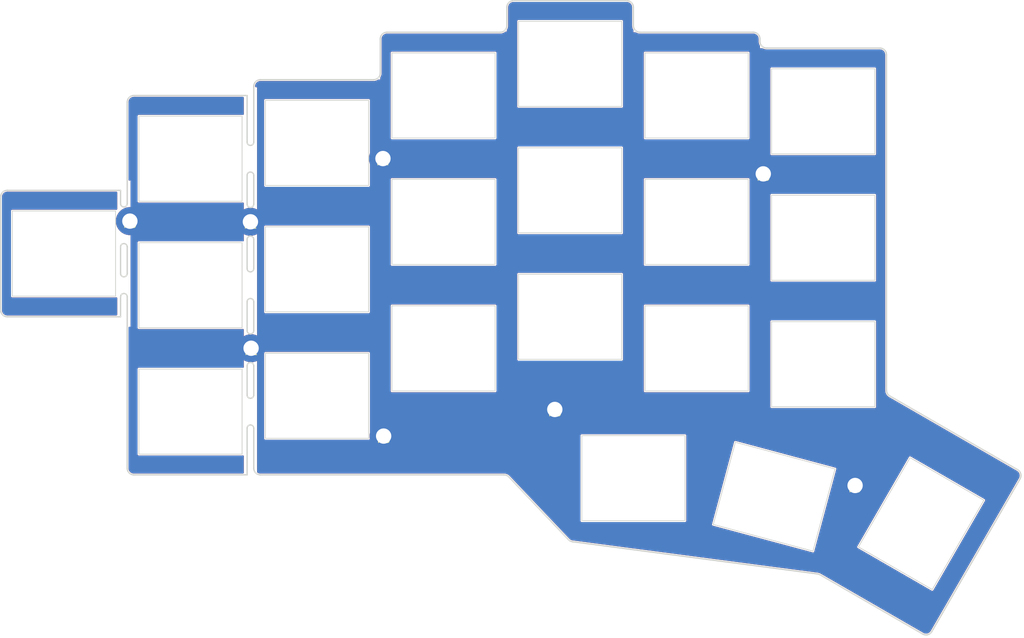
<source format=kicad_pcb>
(kicad_pcb (version 20210824) (generator pcbnew)
  (layers (0 "F.Cu" signal) (31 "B.Cu" signal) (34 "B.Paste" user) (35 "F.Paste" user) (36 "B.SilkS" user "B.Silkscreen") (37 "F.SilkS" user "F.Silkscreen") (38 "B.Mask" user) (39 "F.Mask" user) (44 "Edge.Cuts" user))
  (net 0 "")
  (footprint "kbd:SW_Hole_ALPS" (layer "F.Cu") (at 42.721463 76.099368)
    (fp_text reference "K18" hide)
    (fp_text value "KEYSW" hide)
    (fp_line (start 7.75 -6.4) (end -7.75 -6.4) (layer "Edge.Cuts") (width 0.12))
    (fp_line (start 7.75 6.4) (end 7.75 -6.4) (layer "Edge.Cuts") (width 0.12))
    (fp_line (start -7.75 6.4) (end 7.75 6.4) (layer "Edge.Cuts") (width 0.12))
    (fp_line (start -7.75 -6.4) (end -7.75 6.4) (layer "Edge.Cuts") (width 0.12))
  )
  (footprint "kbd:SW_Hole_ALPS" (layer "F.Cu") (at 118.721463 47.599367)
    (fp_text reference "K21" hide)
    (fp_text value "KEYSW" hide)
    (fp_line (start 7.75 -6.4) (end -7.75 -6.4) (layer "Edge.Cuts") (width 0.12))
    (fp_line (start 7.75 6.4) (end 7.75 -6.4) (layer "Edge.Cuts") (width 0.12))
    (fp_line (start -7.75 -6.4) (end -7.75 6.4) (layer "Edge.Cuts") (width 0.12))
    (fp_line (start -7.75 6.4) (end 7.75 6.4) (layer "Edge.Cuts") (width 0.12))
  )
  (footprint "kbd:SW_Hole_ALPS" (layer "F.Cu") (at 42.721463 57.099368)
    (fp_text reference "K14" hide)
    (fp_text value "KEYSW" hide)
    (fp_line (start -7.75 6.4) (end 7.75 6.4) (layer "Edge.Cuts") (width 0.12))
    (fp_line (start -7.75 -6.4) (end -7.75 6.4) (layer "Edge.Cuts") (width 0.12))
    (fp_line (start 7.75 -6.4) (end -7.75 -6.4) (layer "Edge.Cuts") (width 0.12))
    (fp_line (start 7.75 6.4) (end 7.75 -6.4) (layer "Edge.Cuts") (width 0.12))
  )
  (footprint "kbd:SW_Hole_ALPS" (layer "F.Cu") (at 61.721463 35.724368)
    (fp_text reference "K13" hide)
    (fp_text value "KEYSW" hide)
    (fp_line (start -7.75 6.4) (end 7.75 6.4) (layer "Edge.Cuts") (width 0.12))
    (fp_line (start -7.75 -6.4) (end -7.75 6.4) (layer "Edge.Cuts") (width 0.12))
    (fp_line (start 7.75 6.4) (end 7.75 -6.4) (layer "Edge.Cuts") (width 0.12))
    (fp_line (start 7.75 -6.4) (end -7.75 -6.4) (layer "Edge.Cuts") (width 0.12))
  )
  (footprint "kbd:SW_Hole_ALPS" (layer "F.Cu") (at 152.426296 92.925796 60)
    (fp_text reference "K22" hide)
    (fp_text value "KEYSW" hide)
    (fp_line (start 7.75 -6.4) (end -7.75 -6.4) (layer "Edge.Cuts") (width 0.12))
    (fp_line (start -7.75 -6.4) (end -7.75 6.4) (layer "Edge.Cuts") (width 0.12))
    (fp_line (start 7.75 6.4) (end 7.75 -6.4) (layer "Edge.Cuts") (width 0.12))
    (fp_line (start -7.75 6.4) (end 7.75 6.4) (layer "Edge.Cuts") (width 0.12))
  )
  (footprint "kbd:M2_Hole_TH" (layer "F.Cu") (at 128.721463 40.374367)
    (fp_text reference "H8" (at 0 0.5) (layer "F.SilkS"))
    (fp_text value "MountingHole")
    (pad "" thru_hole circle (at 0 0) (size 4.2 4.2) (drill 2.3) (layers *.Cu *.Mask))
  )
  (footprint "kbd:SW_Hole_ALPS" (layer "F.Cu") (at 80.721463 66.599368)
    (fp_text reference "K9" hide)
    (fp_text value "KEYSW" hide)
    (fp_line (start 7.75 6.4) (end 7.75 -6.4) (layer "Edge.Cuts") (width 0.12))
    (fp_line (start 7.75 -6.4) (end -7.75 -6.4) (layer "Edge.Cuts") (width 0.12))
    (fp_line (start -7.75 6.4) (end 7.75 6.4) (layer "Edge.Cuts") (width 0.12))
    (fp_line (start -7.75 -6.4) (end -7.75 6.4) (layer "Edge.Cuts") (width 0.12))
  )
  (footprint "kbd:M2_Hole_TH" (layer "F.Cu") (at 71.621463 38.074367)
    (fp_text reference "H4" (at 0 0.5) (layer "F.SilkS"))
    (fp_text value "MountingHole")
    (pad "" thru_hole circle (at 0 0) (size 4.2 4.2) (drill 2.3) (layers *.Cu *.Mask))
  )
  (footprint "kbd:SW_Hole_ALPS" (layer "F.Cu") (at 130.35654 88.881582 -15)
    (fp_text reference "K1" hide)
    (fp_text value "KEYSW" hide)
    (fp_line (start 7.75 6.4) (end 7.75 -6.4) (layer "Edge.Cuts") (width 0.12))
    (fp_line (start 7.75 -6.4) (end -7.75 -6.4) (layer "Edge.Cuts") (width 0.12))
    (fp_line (start -7.75 6.4) (end 7.75 6.4) (layer "Edge.Cuts") (width 0.12))
    (fp_line (start -7.75 -6.4) (end -7.75 6.4) (layer "Edge.Cuts") (width 0.12))
  )
  (footprint "kbd:SW_Hole_ALPS" (layer "F.Cu") (at 99.721463 23.849368)
    (fp_text reference "K11" hide)
    (fp_text value "KEYSW" hide)
    (fp_line (start 7.75 6.4) (end 7.75 -6.4) (layer "Edge.Cuts") (width 0.12))
    (fp_line (start 7.75 -6.4) (end -7.75 -6.4) (layer "Edge.Cuts") (width 0.12))
    (fp_line (start -7.75 -6.4) (end -7.75 6.4) (layer "Edge.Cuts") (width 0.12))
    (fp_line (start -7.75 6.4) (end 7.75 6.4) (layer "Edge.Cuts") (width 0.12))
  )
  (footprint "kbd:M2_Hole_TH" (layer "F.Cu") (at 51.821463 66.574367)
    (fp_text reference "H2" (at 0 0.5) (layer "F.SilkS"))
    (fp_text value "MountingHole")
    (pad "" thru_hole circle (at 0 0) (size 4.2 4.2) (drill 2.3) (layers *.Cu *.Mask))
  )
  (footprint "kbd:SW_Hole_ALPS" (layer "F.Cu") (at 42.721463 38.099368)
    (fp_text reference "K7" hide)
    (fp_text value "KEYSW" hide)
    (fp_line (start -7.75 -6.4) (end -7.75 6.4) (layer "Edge.Cuts") (width 0.12))
    (fp_line (start 7.75 -6.4) (end -7.75 -6.4) (layer "Edge.Cuts") (width 0.12))
    (fp_line (start -7.75 6.4) (end 7.75 6.4) (layer "Edge.Cuts") (width 0.12))
    (fp_line (start 7.75 6.4) (end 7.75 -6.4) (layer "Edge.Cuts") (width 0.12))
  )
  (footprint "kbd:SW_Hole_ALPS" (layer "F.Cu") (at 118.721463 66.599367)
    (fp_text reference "K12" hide)
    (fp_text value "KEYSW" hide)
    (fp_line (start 7.75 6.4) (end 7.75 -6.4) (layer "Edge.Cuts") (width 0.12))
    (fp_line (start -7.75 6.4) (end 7.75 6.4) (layer "Edge.Cuts") (width 0.12))
    (fp_line (start -7.75 -6.4) (end -7.75 6.4) (layer "Edge.Cuts") (width 0.12))
    (fp_line (start 7.75 -6.4) (end -7.75 -6.4) (layer "Edge.Cuts") (width 0.12))
  )
  (footprint "kbd:M2_Hole_TH" (layer "F.Cu") (at 33.621463 47.474367)
    (fp_text reference "H3" (at 0 0.5) (layer "F.SilkS"))
    (fp_text value "MountingHole")
    (pad "" thru_hole circle (at 0 0) (size 4.2 4.2) (drill 2.3) (layers *.Cu *.Mask))
  )
  (footprint "kbd:M2_Hole_TH" (layer "F.Cu") (at 51.721463 47.574367)
    (fp_text reference "H1" (at 0 0.5) (layer "F.SilkS"))
    (fp_text value "MountingHole")
    (pad "" thru_hole circle (at 0 0) (size 4.2 4.2) (drill 2.3) (layers *.Cu *.Mask))
  )
  (footprint "kbd:SW_Hole_ALPS" (layer "F.Cu") (at 118.721463 28.599367)
    (fp_text reference "K16" hide)
    (fp_text value "KEYSW" hide)
    (fp_line (start -7.75 6.4) (end 7.75 6.4) (layer "Edge.Cuts") (width 0.12))
    (fp_line (start 7.75 6.4) (end 7.75 -6.4) (layer "Edge.Cuts") (width 0.12))
    (fp_line (start -7.75 -6.4) (end -7.75 6.4) (layer "Edge.Cuts") (width 0.12))
    (fp_line (start 7.75 -6.4) (end -7.75 -6.4) (layer "Edge.Cuts") (width 0.12))
  )
  (footprint "kbd:SW_Hole_ALPS" (layer "F.Cu") (at 80.721463 47.599368)
    (fp_text reference "K6" hide)
    (fp_text value "KEYSW" hide)
    (fp_line (start 7.75 -6.4) (end -7.75 -6.4) (layer "Edge.Cuts") (width 0.12))
    (fp_line (start 7.75 6.4) (end 7.75 -6.4) (layer "Edge.Cuts") (width 0.12))
    (fp_line (start -7.75 -6.4) (end -7.75 6.4) (layer "Edge.Cuts") (width 0.12))
    (fp_line (start -7.75 6.4) (end 7.75 6.4) (layer "Edge.Cuts") (width 0.12))
  )
  (footprint "kbd:M2_Hole_TH" (layer "F.Cu") (at 97.421463 75.774367)
    (fp_text reference "H6" (at 0 0.5) (layer "F.SilkS"))
    (fp_text value "MountingHole")
    (pad "" thru_hole circle (at 0 0) (size 4.2 4.2) (drill 2.3) (layers *.Cu *.Mask))
  )
  (footprint "kbd:SW_Hole_ALPS" (layer "F.Cu") (at 109.221463 86.099097)
    (fp_text reference "K5" hide)
    (fp_text value "KEYSW" hide)
    (fp_line (start 7.75 6.4) (end 7.75 -6.4) (layer "Edge.Cuts") (width 0.12))
    (fp_line (start 7.75 -6.4) (end -7.75 -6.4) (layer "Edge.Cuts") (width 0.12))
    (fp_line (start -7.75 -6.4) (end -7.75 6.4) (layer "Edge.Cuts") (width 0.12))
    (fp_line (start -7.75 6.4) (end 7.75 6.4) (layer "Edge.Cuts") (width 0.12))
  )
  (footprint "kbd:SW_Hole_ALPS" (layer "F.Cu") (at 137.721463 49.974367)
    (fp_text reference "K3" hide)
    (fp_text value "KEYSW" hide)
    (fp_line (start 7.75 6.4) (end 7.75 -6.4) (layer "Edge.Cuts") (width 0.12))
    (fp_line (start -7.75 -6.4) (end -7.75 6.4) (layer "Edge.Cuts") (width 0.12))
    (fp_line (start -7.75 6.4) (end 7.75 6.4) (layer "Edge.Cuts") (width 0.12))
    (fp_line (start 7.75 -6.4) (end -7.75 -6.4) (layer "Edge.Cuts") (width 0.12))
  )
  (footprint "kbd:SW_Hole_ALPS" (layer "F.Cu") (at 23.721464 52.349367)
    (fp_text reference "K10" hide)
    (fp_text value "KEYSW" hide)
    (fp_line (start -7.75 -6.4) (end -7.75 6.4) (layer "Edge.Cuts") (width 0.12))
    (fp_line (start -7.75 6.4) (end 7.75 6.4) (layer "Edge.Cuts") (width 0.12))
    (fp_line (start 7.75 6.4) (end 7.75 -6.4) (layer "Edge.Cuts") (width 0.12))
    (fp_line (start 7.75 -6.4) (end -7.75 -6.4) (layer "Edge.Cuts") (width 0.12))
  )
  (footprint "kbd:SW_Hole_ALPS" (layer "F.Cu") (at 99.721463 42.849368)
    (fp_text reference "K19" hide)
    (fp_text value "KEYSW" hide)
    (fp_line (start -7.75 6.4) (end 7.75 6.4) (layer "Edge.Cuts") (width 0.12))
    (fp_line (start 7.75 6.4) (end 7.75 -6.4) (layer "Edge.Cuts") (width 0.12))
    (fp_line (start -7.75 -6.4) (end -7.75 6.4) (layer "Edge.Cuts") (width 0.12))
    (fp_line (start 7.75 -6.4) (end -7.75 -6.4) (layer "Edge.Cuts") (width 0.12))
  )
  (footprint "kbd:SW_Hole_ALPS" (layer "F.Cu") (at 61.721463 73.724368)
    (fp_text reference "K8" hide)
    (fp_text value "KEYSW" hide)
    (fp_line (start -7.75 6.4) (end 7.75 6.4) (layer "Edge.Cuts") (width 0.12))
    (fp_line (start 7.75 -6.4) (end -7.75 -6.4) (layer "Edge.Cuts") (width 0.12))
    (fp_line (start 7.75 6.4) (end 7.75 -6.4) (layer "Edge.Cuts") (width 0.12))
    (fp_line (start -7.75 -6.4) (end -7.75 6.4) (layer "Edge.Cuts") (width 0.12))
  )
  (footprint "kbd:M2_Hole_TH" (layer "F.Cu") (at 71.721463 79.774367)
    (fp_text reference "H5" (at 0 0.5) (layer "F.SilkS"))
    (fp_text value "MountingHole")
    (pad "" thru_hole circle (at 0 0) (size 4.2 4.2) (drill 2.3) (layers *.Cu *.Mask))
  )
  (footprint "kbd:SW_Hole_ALPS" (layer "F.Cu") (at 137.721463 30.974367)
    (fp_text reference "K4" hide)
    (fp_text value "KEYSW" hide)
    (fp_line (start 7.75 6.4) (end 7.75 -6.4) (layer "Edge.Cuts") (width 0.12))
    (fp_line (start -7.75 6.4) (end 7.75 6.4) (layer "Edge.Cuts") (width 0.12))
    (fp_line (start 7.75 -6.4) (end -7.75 -6.4) (layer "Edge.Cuts") (width 0.12))
    (fp_line (start -7.75 -6.4) (end -7.75 6.4) (layer "Edge.Cuts") (width 0.12))
  )
  (footprint "kbd:SW_Hole_ALPS" (layer "F.Cu") (at 137.721463 68.974367)
    (fp_text reference "K2" hide)
    (fp_text value "KEYSW" hide)
    (fp_line (start -7.75 6.4) (end 7.75 6.4) (layer "Edge.Cuts") (width 0.12))
    (fp_line (start -7.75 -6.4) (end -7.75 6.4) (layer "Edge.Cuts") (width 0.12))
    (fp_line (start 7.75 -6.4) (end -7.75 -6.4) (layer "Edge.Cuts") (width 0.12))
    (fp_line (start 7.75 6.4) (end 7.75 -6.4) (layer "Edge.Cuts") (width 0.12))
  )
  (footprint "kbd:SW_Hole_ALPS" (layer "F.Cu") (at 99.721463 61.849368)
    (fp_text reference "K15" hide)
    (fp_text value "KEYSW" hide)
    (fp_line (start -7.75 6.4) (end 7.75 6.4) (layer "Edge.Cuts") (width 0.12))
    (fp_line (start 7.75 -6.4) (end -7.75 -6.4) (layer "Edge.Cuts") (width 0.12))
    (fp_line (start 7.75 6.4) (end 7.75 -6.4) (layer "Edge.Cuts") (width 0.12))
    (fp_line (start -7.75 -6.4) (end -7.75 6.4) (layer "Edge.Cuts") (width 0.12))
  )
  (footprint "kbd:M2_Hole_TH" (layer "F.Cu") (at 142.507505 87.19918)
    (fp_text reference "H9" (at 0 0.5) (layer "F.SilkS"))
    (fp_text value "MountingHole")
    (pad "" thru_hole circle (at 0 0) (size 4.2 4.2) (drill 2.3) (layers *.Cu *.Mask))
  )
  (footprint "kbd:SW_Hole_ALPS" (layer "F.Cu") (at 61.721463 54.724368)
    (fp_text reference "K17" hide)
    (fp_text value "KEYSW" hide)
    (fp_line (start -7.75 6.4) (end 7.75 6.4) (layer "Edge.Cuts") (width 0.12))
    (fp_line (start 7.75 6.4) (end 7.75 -6.4) (layer "Edge.Cuts") (width 0.12))
    (fp_line (start 7.75 -6.4) (end -7.75 -6.4) (layer "Edge.Cuts") (width 0.12))
    (fp_line (start -7.75 -6.4) (end -7.75 6.4) (layer "Edge.Cuts") (width 0.12))
  )
  (footprint "kbd:SW_Hole_ALPS" (layer "F.Cu") (at 80.721463 28.599368)
    (fp_text reference "K20" hide)
    (fp_text value "KEYSW" hide)
    (fp_line (start -7.75 6.4) (end 7.75 6.4) (layer "Edge.Cuts") (width 0.12))
    (fp_line (start 7.75 -6.4) (end -7.75 -6.4) (layer "Edge.Cuts") (width 0.12))
    (fp_line (start 7.75 6.4) (end 7.75 -6.4) (layer "Edge.Cuts") (width 0.12))
    (fp_line (start -7.75 -6.4) (end -7.75 6.4) (layer "Edge.Cuts") (width 0.12))
  )
  (gr_arc (start 89.796623 86.588971) (end 90.514076 85.907372) (angle -46.46802851) (layer "Edge.Cuts") (width 0.2))
  (gr_arc (start 166.412511 85.70096) (end 167.278537 86.20096) (angle -90) (layer "Edge.Cuts") (width 0.2))
  (gr_line (start 52.22149 63.924327) (end 52.221491 59.599327) (layer "Edge.Cuts") (width 0.2))
  (gr_arc (start 51.721463 59.599366) (end 52.221463 59.599366) (angle -180) (layer "Edge.Cuts") (width 0.2))
  (gr_arc (start 89.221463 18.099368) (end 89.221463 19.099368) (angle -90) (layer "Edge.Cuts") (width 0.2))
  (gr_line (start 15.221464 42.849368) (end 32.221465 42.849368) (layer "Edge.Cuts") (width 0.2))
  (gr_line (start 32.221464 51.349368) (end 32.221464 55.349368) (layer "Edge.Cuts") (width 0.2))
  (gr_line (start 52.221463 35.599367) (end 52.221463 27.224367) (layer "Edge.Cuts") (width 0.2))
  (gr_line (start 99.480311 95.345258) (end 90.514076 85.907372) (layer "Edge.Cuts") (width 0.2))
  (gr_arc (start 51.721463 40.599367) (end 52.221463 40.599367) (angle -180) (layer "Edge.Cuts") (width 0.2))
  (gr_line (start 147.721463 73.754978) (end 166.912511 84.834934) (layer "Edge.Cuts") (width 0.2))
  (gr_line (start 147.221463 22.474368) (end 147.221463 72.888952) (layer "Edge.Cuts") (width 0.2))
  (gr_arc (start 32.721463 55.349368) (end 32.221463 55.349368) (angle -180) (layer "Edge.Cuts") (width 0.2))
  (gr_line (start 51.221463 28.599368) (end 51.221463 35.599367) (layer "Edge.Cuts") (width 0.2))
  (gr_line (start 32.221464 42.849368) (end 32.221464 44.849368) (layer "Edge.Cuts") (width 0.2))
  (gr_arc (start 51.72149 50.224327) (end 52.22149 50.224327) (angle -180) (layer "Edge.Cuts") (width 0.2))
  (gr_arc (start 51.72149 44.924327) (end 51.22149 44.924327) (angle -180) (layer "Edge.Cuts") (width 0.2))
  (gr_arc (start 70.221463 25.224368) (end 70.221463 26.224368) (angle -90) (layer "Edge.Cuts") (width 0.2))
  (gr_arc (start 51.721463 73.599366) (end 51.221463 73.599366) (angle -180) (layer "Edge.Cuts") (width 0.2))
  (gr_line (start 52.221463 84.599366) (end 52.221463 78.599366) (layer "Edge.Cuts") (width 0.2))
  (gr_arc (start 53.221463 84.599366) (end 52.221463 84.599366) (angle -90) (layer "Edge.Cuts") (width 0.2))
  (gr_line (start 71.221463 25.224368) (end 71.221463 20.099368) (layer "Edge.Cuts") (width 0.2))
  (gr_arc (start 146.221463 22.474368) (end 147.221463 22.474368) (angle -90) (layer "Edge.Cuts") (width 0.2))
  (gr_arc (start 108.221463 15.349368) (end 109.221463 15.349368) (angle -90) (layer "Edge.Cuts") (width 0.2))
  (gr_line (start 110.221463 19.099367) (end 127.221463 19.099367) (layer "Edge.Cuts") (width 0.2))
  (gr_line (start 89.796623 85.599366) (end 53.221463 85.599366) (layer "Edge.Cuts") (width 0.2))
  (gr_line (start 152.662511 109.516658) (end 137.244527 100.615081) (layer "Edge.Cuts") (width 0.2))
  (gr_arc (start 110.221463 18.099368) (end 109.221463 18.099367) (angle -90) (layer "Edge.Cuts") (width 0.2))
  (gr_line (start 33.221463 84.609762) (end 33.221464 58.849368) (layer "Edge.Cuts") (width 0.2))
  (gr_arc (start 51.721463 54.599366) (end 51.221463 54.599366) (angle -180) (layer "Edge.Cuts") (width 0.2))
  (gr_arc (start 51.721463 78.599366) (end 52.221463 78.599366) (angle -180) (layer "Edge.Cuts") (width 0.2))
  (gr_arc (start 32.721464 44.849368) (end 32.221464 44.849368) (angle -180) (layer "Edge.Cuts") (width 0.2))
  (gr_line (start 51.221463 78.599366) (end 51.221463 85.599366) (layer "Edge.Cuts") (width 0.2))
  (gr_arc (start 34.211068 84.609762) (end 33.221463 84.609762) (angle -90) (layer "Edge.Cuts") (width 0.2))
  (gr_line (start 51.221491 40.599328) (end 51.22149 44.924327) (layer "Edge.Cuts") (width 0.2))
  (gr_line (start 51.22149 63.924327) (end 51.221491 59.599327) (layer "Edge.Cuts") (width 0.2))
  (gr_line (start 51.221463 85.599366) (end 34.211068 85.599366) (layer "Edge.Cuts") (width 0.2))
  (gr_arc (start 53.221463 27.224368) (end 53.221463 26.224368) (angle -90) (layer "Edge.Cuts") (width 0.2))
  (gr_line (start 53.221463 26.224368) (end 70.221463 26.224368) (layer "Edge.Cuts") (width 0.2))
  (gr_line (start 14.221465 60.849368) (end 14.221465 43.849369) (layer "Edge.Cuts") (width 0.2))
  (gr_arc (start 15.221464 60.849368) (end 14.221465 60.849368) (angle -90) (layer "Edge.Cuts") (width 0.2))
  (gr_arc (start 15.221465 43.849368) (end 15.221464 42.849368) (angle -90) (layer "Edge.Cuts") (width 0.2))
  (gr_line (start 32.221464 58.849368) (end 32.221464 61.849368) (layer "Edge.Cuts") (width 0.2))
  (gr_arc (start 129.221463 20.474367) (end 128.221463 20.474367) (angle -90) (layer "Edge.Cuts") (width 0.2))
  (gr_line (start 51.221491 54.599327) (end 51.22149 50.224327) (layer "Edge.Cuts") (width 0.2))
  (gr_arc (start 91.221463 15.349368) (end 91.221463 14.349368) (angle -90) (layer "Edge.Cuts") (width 0.2))
  (gr_arc (start 127.221463 20.099367) (end 128.221463 20.099367) (angle -90) (layer "Edge.Cuts") (width 0.2))
  (gr_arc (start 100.197764 94.663659) (end 99.480311 95.345258) (angle -38.96802851) (layer "Edge.Cuts") (width 0.2))
  (gr_line (start 136.878894 100.490965) (end 100.068595 95.644797) (layer "Edge.Cuts") (width 0.2))
  (gr_line (start 33.221464 44.849368) (end 33.221464 29.599368) (layer "Edge.Cuts") (width 0.2))
  (gr_line (start 33.221463 55.349368) (end 33.221463 51.349368) (layer "Edge.Cuts") (width 0.2))
  (gr_line (start 109.221463 15.349368) (end 109.221463 18.099367) (layer "Edge.Cuts") (width 0.2))
  (gr_line (start 128.221463 20.099367) (end 128.221463 20.474367) (layer "Edge.Cuts") (width 0.2))
  (gr_arc (start 34.221464 29.599368) (end 34.221464 28.599368) (angle -90) (layer "Edge.Cuts") (width 0.2))
  (gr_line (start 129.221463 21.474367) (end 146.221463 21.474368) (layer "Edge.Cuts") (width 0.2))
  (gr_line (start 167.278537 86.20096) (end 154.028537 109.150633) (layer "Edge.Cuts") (width 0.2))
  (gr_line (start 52.221491 40.599328) (end 52.22149 44.924327) (layer "Edge.Cuts") (width 0.2))
  (gr_arc (start 51.721463 35.599367) (end 51.221463 35.599367) (angle -180) (layer "Edge.Cuts") (width 0.2))
  (gr_arc (start 51.72149 69.224327) (end 52.22149 69.224327) (angle -180) (layer "Edge.Cuts") (width 0.2))
  (gr_arc (start 136.749724 101.472103) (end 137.244527 100.615081) (angle -22.5) (layer "Edge.Cuts") (width 0.2))
  (gr_arc (start 148.221463 72.888952) (end 147.221463 72.888952) (angle -60) (layer "Edge.Cuts") (width 0.2))
  (gr_arc (start 32.721462 51.349368) (end 33.221462 51.349368) (angle -180) (layer "Edge.Cuts") (width 0.2))
  (gr_line (start 52.221491 73.599327) (end 52.22149 69.224327) (layer "Edge.Cuts") (width 0.2))
  (gr_arc (start 32.721464 58.849368) (end 33.221464 58.849368) (angle -180) (layer "Edge.Cuts") (width 0.2))
  (gr_arc (start 72.221463 20.099368) (end 72.221463 19.099367) (angle -90) (layer "Edge.Cuts") (width 0.2))
  (gr_line (start 90.221463 18.099368) (end 90.221463 15.349368) (layer "Edge.Cuts") (width 0.2))
  (gr_line (start 52.221491 54.599327) (end 52.22149 50.224327) (layer "Edge.Cuts") (width 0.2))
  (gr_line (start 32.221464 61.849368) (end 15.221464 61.849368) (layer "Edge.Cuts") (width 0.2))
  (gr_line (start 51.22149 69.224327) (end 51.221491 73.599327) (layer "Edge.Cuts") (width 0.2))
  (gr_line (start 91.221463 14.349368) (end 108.221463 14.349368) (layer "Edge.Cuts") (width 0.2))
  (gr_line (start 72.221463 19.099367) (end 89.221463 19.099368) (layer "Edge.Cuts") (width 0.2))
  (gr_arc (start 153.162511 108.650633) (end 152.662511 109.516658) (angle -90) (layer "Edge.Cuts") (width 0.2))
  (gr_arc (start 51.72149 63.924327) (end 51.22149 63.924327) (angle -180) (layer "Edge.Cuts") (width 0.2))
  (gr_line (start 34.221464 28.599368) (end 51.221463 28.599368) (layer "Edge.Cuts") (width 0.2))
  (zone (net 0) (net_name "") (layers F&B.Cu) (priority 1) (connect_pads (clearance 0.2)) (min_thickness 0.25) (fill yes (thermal_gap 0.5) (thermal_bridge_width 0.5))
    (polygon (pts (xy 109.221463 19.104952) (xy 128.221463 19.104952) (xy 128.221463 21.504952) (xy 147.221463 21.504952) (xy 147.221463 23.804952) (xy 147.721464 73.349367) (xy 167.821463 85.204952) (xy 153.421463 109.904952) (xy 137.021463 100.504952) (xy 99.721463 95.504952) (xy 90.121463 85.504952) (xy 33.221463 85.604952) (xy 33.221463 61.804952) (xy 14.121463 61.804952) (xy 14.221463 42.904952) (xy 33.221463 42.804952) (xy 33.221463 28.504952) (xy 52.221463 28.504952) (xy 52.221463 26.204952) (xy 71.221463 26.204952) (xy 71.221463 19.004952) (xy 90.221463 19.004952) (xy 90.221463 14.304952) (xy 109.221463 14.304952)))
  )
  (zone (net 0) (net_name "") (layers F&B.Cu) (connect_pads (clearance 0)) (min_thickness 0.254)
    (keepout (tracks not_allowed) (vias not_allowed) (pads not_allowed) (copperpour not_allowed) (footprints allowed))
    (fill (thermal_gap 0.508) (thermal_bridge_width 0.508))
    (polygon (pts (xy 52.721463 86.099367) (xy 50.721463 86.099367) (xy 50.721463 27.349367) (xy 52.721463 27.349367)))
  )
  (zone (net 0) (net_name "") (layers F&B.Cu) (connect_pads (clearance 0)) (min_thickness 0.254)
    (keepout (tracks not_allowed) (vias not_allowed) (pads not_allowed) (copperpour not_allowed) (footprints allowed))
    (fill (thermal_gap 0.508) (thermal_bridge_width 0.508))
    (polygon (pts (xy 33.721463 63.349367) (xy 31.721463 63.349367) (xy 31.721463 41.849367) (xy 33.721463 41.349367)))
  )
)
</source>
